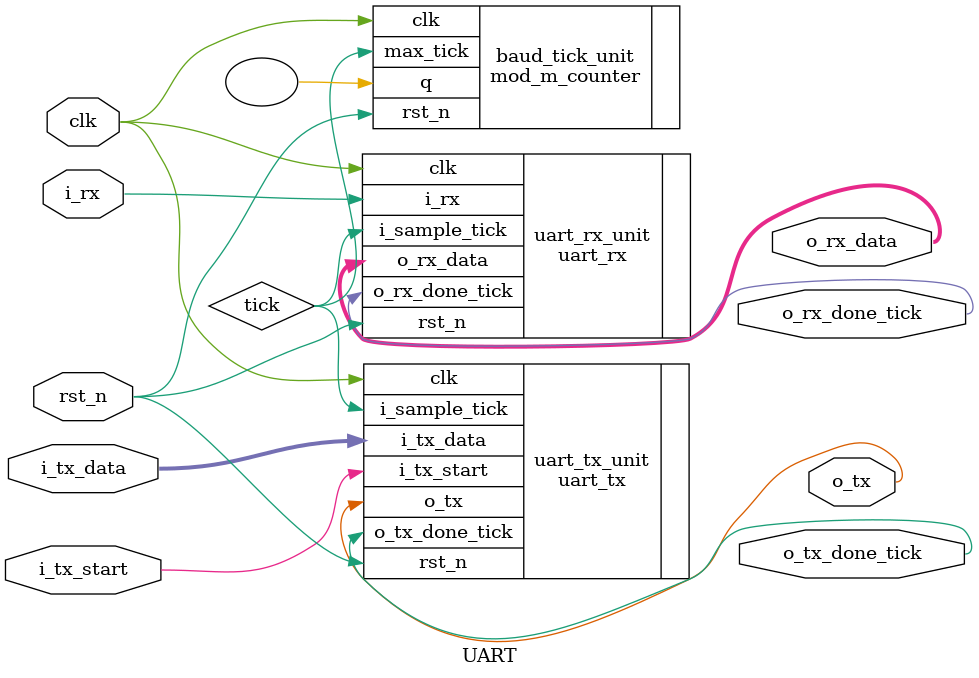
<source format=v>

module UART #(
  parameter SYS_CLK   = 10_000_000, // 10Mhz
  parameter BAUD_RATE = 9600,
  parameter DATA_BITS = 8,
  parameter STOP_TICK = 16,
  parameter CLK_DIV   = 65,        // 10MHz/(16 x baud rate)
  parameter DIV_BIT   = 7          // 2^7=128
) (
  input                  clk,
  input                  rst_n,

  //rx interface
  input                  i_rx,
  output                 o_rx_done_tick,
  output [DATA_BITS-1:0] o_rx_data,

  //tx interface
  input                  i_tx_start,
  input [DATA_BITS-1:0]  i_tx_data,
  output                 o_tx,
  output                 o_tx_done_tick
);

// Signal declaration
wire tick;

uart_rx #(
  .DATA_BITS      (DATA_BITS),
  .STOP_TICK      (STOP_TICK)
) uart_rx_unit (
  .clk            (clk),
  .rst_n          (rst_n),
  .i_sample_tick  (tick),
  .i_rx           (i_rx),
  .o_rx_done_tick (o_rx_done_tick),
  .o_rx_data      (o_rx_data)
);

uart_tx #(
  .DATA_BITS      (DATA_BITS),
  .STOP_TICK      (STOP_TICK)
) uart_tx_unit (
  .clk            (clk),
  .rst_n          (rst_n),
  .i_sample_tick  (tick),
  .i_tx_start     (i_tx_start),
  .i_tx_data      (i_tx_data),
  .o_tx           (o_tx),
  .o_tx_done_tick (o_tx_done_tick)
);

mod_m_counter #(
  .MOD      (CLK_DIV),
  .MOD_BIT  (DIV_BIT)
) baud_tick_unit (
  .clk      (clk),
  .rst_n    (rst_n),
  .max_tick (tick),
  .q        ()
);
endmodule

</source>
